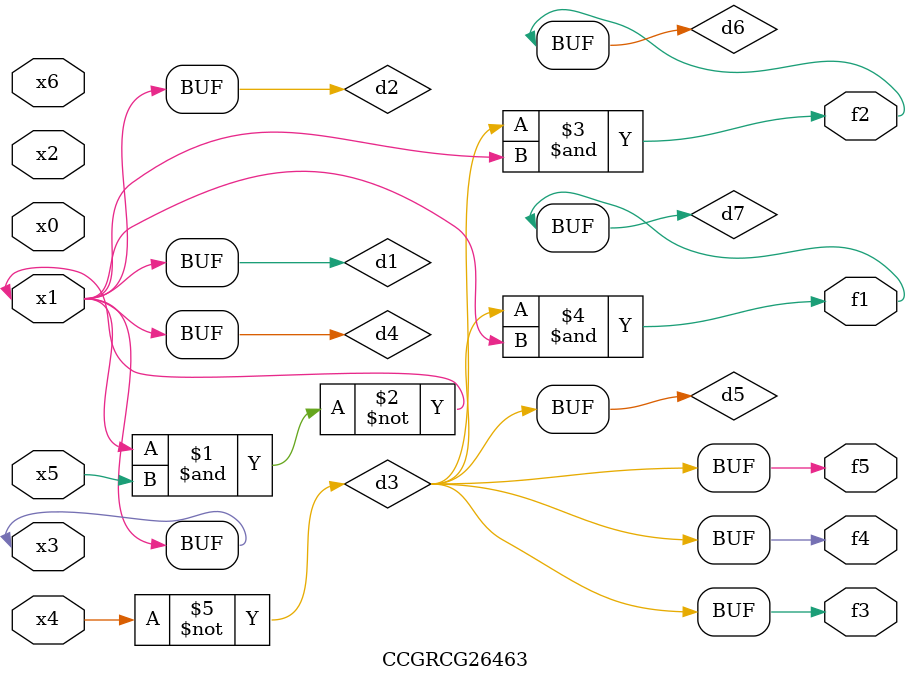
<source format=v>
module CCGRCG26463(
	input x0, x1, x2, x3, x4, x5, x6,
	output f1, f2, f3, f4, f5
);

	wire d1, d2, d3, d4, d5, d6, d7;

	buf (d1, x1, x3);
	nand (d2, x1, x5);
	not (d3, x4);
	buf (d4, d1, d2);
	buf (d5, d3);
	and (d6, d3, d4);
	and (d7, d3, d4);
	assign f1 = d7;
	assign f2 = d6;
	assign f3 = d5;
	assign f4 = d5;
	assign f5 = d5;
endmodule

</source>
